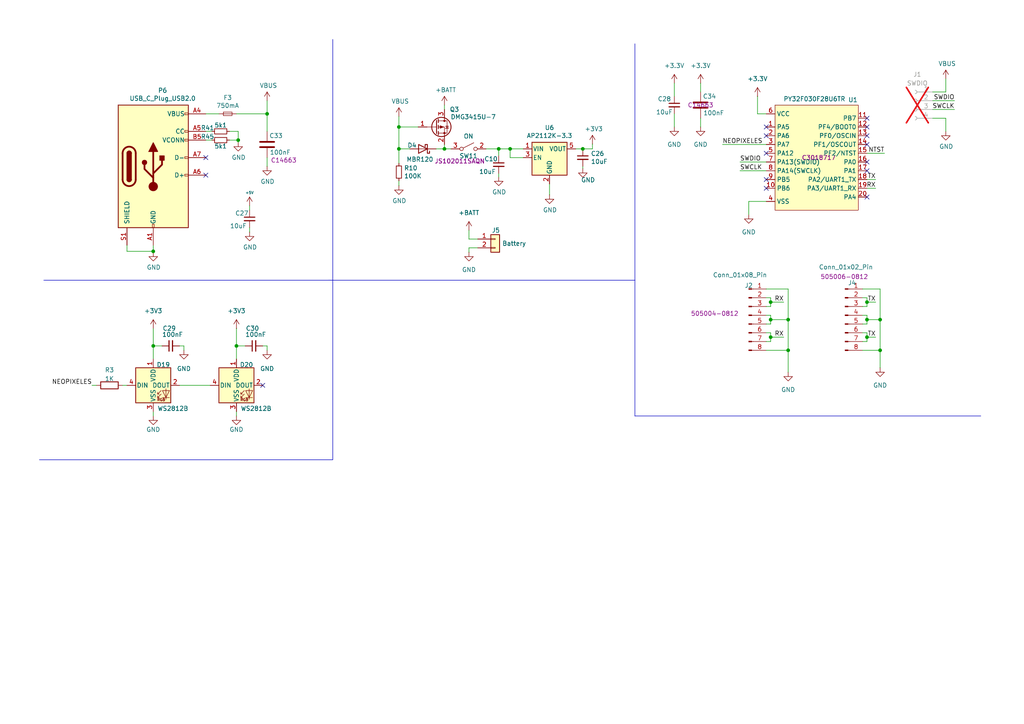
<source format=kicad_sch>
(kicad_sch (version 20250114) (generator "eeschema") (generator_version "9.0")
  (paper "A4")
  (lib_symbols
    (symbol "+5V_7" (power) (pin_names (offset 0))
      (property "Value" "+5V" (at 0 3.556 0))
      (symbol "+5V_7_0_1"
        (polyline (pts (xy -0.762 1.27) (xy 0 2.54)))
        (polyline (pts (xy 0 2.54) (xy 0.762 1.27)))
        (polyline (pts (xy 0 0) (xy 0 2.54)))
      )
      (symbol "+5V_7_1_1"
        (pin power_in line (at 0 0 90) (length 0) (hide yes) (name "+5V") (number "1"))
      )
    )
    (symbol "Connector:Conn_01x04_Socket" (pin_names (offset 1.016) (hide yes))
      (property "Reference" "J" (at 0 5.08 0))
      (property "Value" "Conn_01x04_Socket" (at 0 -7.62 0))
      (symbol "Conn_01x04_Socket_1_1"
        (polyline (pts (xy -1.27 2.54) (xy -0.508 2.54)) (stroke (width 0.1524)))
        (polyline (pts (xy -1.27 0) (xy -0.508 0)) (stroke (width 0.1524)))
        (polyline (pts (xy -1.27 -2.54) (xy -0.508 -2.54)) (stroke (width 0.1524)))
        (polyline (pts (xy -1.27 -5.08) (xy -0.508 -5.08)) (stroke (width 0.1524)))
        (arc (start 0 2.032) (mid -0.5058 2.54) (end 0 3.048) (stroke (width 0.1524)))
        (arc (start 0 -0.508) (mid -0.5058 0) (end 0 0.508) (stroke (width 0.1524)))
        (arc (start 0 -3.048) (mid -0.5058 -2.54) (end 0 -2.032) (stroke (width 0.1524)))
        (arc (start 0 -5.588) (mid -0.5058 -5.08) (end 0 -4.572) (stroke (width 0.1524)))
        (pin passive line (at -5.08 2.54 0) (length 3.81) (name "Pin_1") (number "1"))
        (pin passive line (at -5.08 0 0) (length 3.81) (name "Pin_2") (number "2"))
        (pin passive line (at -5.08 -2.54 0) (length 3.81) (name "Pin_3") (number "3"))
        (pin passive line (at -5.08 -5.08 0) (length 3.81) (name "Pin_4") (number "4"))
      )
    )
    (symbol "Connector:Conn_01x08_Pin" (pin_names (offset 1.016) (hide yes))
      (property "Reference" "J" (at 0 10.16 0))
      (property "Value" "Conn_01x08_Pin" (at 0 -12.7 0))
      (symbol "Conn_01x08_Pin_1_1"
        (rectangle (start 0.8636 7.747) (end 0 7.493) (stroke (width 0.1524)) (fill (type outline)))
        (rectangle (start 0.8636 5.207) (end 0 4.953) (stroke (width 0.1524)) (fill (type outline)))
        (rectangle (start 0.8636 2.667) (end 0 2.413) (stroke (width 0.1524)) (fill (type outline)))
        (rectangle (start 0.8636 0.127) (end 0 -0.127) (stroke (width 0.1524)) (fill (type outline)))
        (rectangle (start 0.8636 -2.413) (end 0 -2.667) (stroke (width 0.1524)) (fill (type outline)))
        (rectangle (start 0.8636 -4.953) (end 0 -5.207) (stroke (width 0.1524)) (fill (type outline)))
        (rectangle (start 0.8636 -7.493) (end 0 -7.747) (stroke (width 0.1524)) (fill (type outline)))
        (rectangle (start 0.8636 -10.033) (end 0 -10.287) (stroke (width 0.1524)) (fill (type outline)))
        (polyline (pts (xy 1.27 7.62) (xy 0.8636 7.62)) (stroke (width 0.1524)))
        (polyline (pts (xy 1.27 5.08) (xy 0.8636 5.08)) (stroke (width 0.1524)))
        (polyline (pts (xy 1.27 2.54) (xy 0.8636 2.54)) (stroke (width 0.1524)))
        (polyline (pts (xy 1.27 0) (xy 0.8636 0)) (stroke (width 0.1524)))
        (polyline (pts (xy 1.27 -2.54) (xy 0.8636 -2.54)) (stroke (width 0.1524)))
        (polyline (pts (xy 1.27 -5.08) (xy 0.8636 -5.08)) (stroke (width 0.1524)))
        (polyline (pts (xy 1.27 -7.62) (xy 0.8636 -7.62)) (stroke (width 0.1524)))
        (polyline (pts (xy 1.27 -10.16) (xy 0.8636 -10.16)) (stroke (width 0.1524)))
        (pin passive line (at 5.08 7.62 180) (length 3.81) (name "Pin_1") (number "1"))
        (pin passive line (at 5.08 5.08 180) (length 3.81) (name "Pin_2") (number "2"))
        (pin passive line (at 5.08 2.54 180) (length 3.81) (name "Pin_3") (number "3"))
        (pin passive line (at 5.08 0 180) (length 3.81) (name "Pin_4") (number "4"))
        (pin passive line (at 5.08 -2.54 180) (length 3.81) (name "Pin_5") (number "5"))
        (pin passive line (at 5.08 -5.08 180) (length 3.81) (name "Pin_6") (number "6"))
        (pin passive line (at 5.08 -7.62 180) (length 3.81) (name "Pin_7") (number "7"))
        (pin passive line (at 5.08 -10.16 180) (length 3.81) (name "Pin_8") (number "8"))
      )
    )
    (symbol "Connector_Generic:Conn_01x02" (pin_names (offset 1.016) (hide yes))
      (property "Reference" "J" (at 0 2.54 0))
      (property "Value" "Conn_01x02" (at 0 -5.08 0))
      (symbol "Conn_01x02_1_1"
        (rectangle (start -1.27 1.27) (end 1.27 -3.81) (stroke (width 0.254)) (fill (type background)))
        (rectangle (start -1.27 0.127) (end 0 -0.127) (stroke (width 0.1524)))
        (rectangle (start -1.27 -2.413) (end 0 -2.667) (stroke (width 0.1524)))
        (pin passive line (at -5.08 0 0) (length 3.81) (name "Pin_1") (number "1"))
        (pin passive line (at -5.08 -2.54 0) (length 3.81) (name "Pin_2") (number "2"))
      )
    )
    (symbol "Device:C" (pin_numbers (hide yes)) (pin_names (offset 0.254))
      (property "Reference" "C" (at 0.635 2.54 0))
      (property "Value" "C" (at 0.635 -2.54 0))
      (symbol "C_0_1"
        (polyline (pts (xy -2.032 0.762) (xy 2.032 0.762)) (stroke (width 0.508)))
        (polyline (pts (xy -2.032 -0.762) (xy 2.032 -0.762)) (stroke (width 0.508)))
      )
      (symbol "C_1_1"
        (pin passive line (at 0 3.81 270) (length 2.794) (name "~") (number "1"))
        (pin passive line (at 0 -3.81 90) (length 2.794) (name "~") (number "2"))
      )
    )
    (symbol "Device:C_Small" (pin_numbers (hide yes)) (pin_names (offset 0.254) (hide yes))
      (property "Reference" "C" (at 0.254 1.778 0))
      (property "Value" "C_Small" (at 0.254 -2.032 0))
      (symbol "C_Small_0_1"
        (polyline (pts (xy -1.524 0.508) (xy 1.524 0.508)) (stroke (width 0.3048)))
        (polyline (pts (xy -1.524 -0.508) (xy 1.524 -0.508)) (stroke (width 0.3302)))
      )
      (symbol "C_Small_1_1"
        (pin passive line (at 0 2.54 270) (length 2.032) (name "~") (number "1"))
        (pin passive line (at 0 -2.54 90) (length 2.032) (name "~") (number "2"))
      )
    )
    (symbol "Device:Fuse_Small" (pin_numbers (hide yes)) (pin_names (offset 0.254) (hide yes))
      (property "Reference" "F" (at 0 -1.524 0))
      (property "Value" "Fuse_Small" (at 0 1.524 0))
      (symbol "Fuse_Small_0_1"
        (rectangle (start -1.27 0.508) (end 1.27 -0.508))
        (polyline (pts (xy -1.27 0) (xy 1.27 0)))
      )
      (symbol "Fuse_Small_1_1"
        (pin passive line (at -2.54 0 0) (length 1.27) (name "~") (number "1"))
        (pin passive line (at 2.54 0 180) (length 1.27) (name "~") (number "2"))
      )
    )
    (symbol "Device:Q_PMOS_GSD" (pin_names (offset 0) (hide yes))
      (property "Reference" "Q" (at 5.08 1.27 0))
      (property "Value" "Q_PMOS_GSD" (at 5.08 -1.27 0))
      (symbol "Q_PMOS_GSD_0_1"
        (polyline (pts (xy 0.254 1.905) (xy 0.254 -1.905)) (stroke (width 0.254)))
        (polyline (pts (xy 0.254 0) (xy -2.54 0)))
        (polyline (pts (xy 0.762 2.286) (xy 0.762 1.27)) (stroke (width 0.254)))
        (polyline (pts (xy 0.762 1.778) (xy 3.302 1.778) (xy 3.302 -1.778) (xy 0.762 -1.778)))
        (polyline (pts (xy 0.762 0.508) (xy 0.762 -0.508)) (stroke (width 0.254)))
        (polyline (pts (xy 0.762 -1.27) (xy 0.762 -2.286)) (stroke (width 0.254)))
        (circle (center 1.651 0) (radius 2.794) (stroke (width 0.254)))
        (polyline (pts (xy 2.286 0) (xy 1.27 0.381) (xy 1.27 -0.381) (xy 2.286 0)) (fill (type outline)))
        (polyline (pts (xy 2.54 2.54) (xy 2.54 1.778)))
        (circle (center 2.54 1.778) (radius 0.254) (fill (type outline)))
        (circle (center 2.54 -1.778) (radius 0.254) (fill (type outline)))
        (polyline (pts (xy 2.54 -2.54) (xy 2.54 0) (xy 0.762 0)))
        (polyline (pts (xy 2.794 -0.508) (xy 2.921 -0.381) (xy 3.683 -0.381) (xy 3.81 -0.254)))
        (polyline (pts (xy 3.302 -0.381) (xy 2.921 0.254) (xy 3.683 0.254) (xy 3.302 -0.381)))
      )
      (symbol "Q_PMOS_GSD_1_1"
        (pin input line (at -5.08 0 0) (length 2.54) (name "G") (number "1"))
        (pin passive line (at 2.54 5.08 270) (length 2.54) (name "D") (number "3"))
        (pin passive line (at 2.54 -5.08 90) (length 2.54) (name "S") (number "2"))
      )
    )
    (symbol "Device:R" (pin_numbers (hide yes)) (pin_names (offset 0))
      (property "Reference" "R" (at 2.032 0 90))
      (property "Value" "R" (at 0 0 90))
      (symbol "R_0_1"
        (rectangle (start -1.016 -2.54) (end 1.016 2.54) (stroke (width 0.254)))
      )
      (symbol "R_1_1"
        (pin passive line (at 0 3.81 270) (length 1.27) (name "~") (number "1"))
        (pin passive line (at 0 -3.81 90) (length 1.27) (name "~") (number "2"))
      )
    )
    (symbol "Device:R_Small" (pin_numbers (hide yes)) (pin_names (offset 0.254) (hide yes))
      (property "Reference" "R" (at 0.762 0.508 0))
      (property "Value" "R_Small" (at 0.762 -1.016 0))
      (symbol "R_Small_0_1"
        (rectangle (start -0.762 1.778) (end 0.762 -1.778) (stroke (width 0.2032)))
      )
      (symbol "R_Small_1_1"
        (pin passive line (at 0 2.54 270) (length 0.762) (name "~") (number "1"))
        (pin passive line (at 0 -2.54 90) (length 0.762) (name "~") (number "2"))
      )
    )
    (symbol "Diode:MBR340" (pin_numbers (hide yes)) (pin_names (offset 1.016) (hide yes))
      (property "Reference" "D" (at 0 2.54 0))
      (property "Value" "MBR340" (at 0 -2.54 0))
      (symbol "MBR340_0_1"
        (polyline (pts (xy -1.905 0.635) (xy -1.905 1.27) (xy -1.27 1.27) (xy -1.27 -1.27) (xy -0.635 -1.27) (xy -0.635 -0.635)) (stroke (width 0.254)))
        (polyline (pts (xy 1.27 1.27) (xy 1.27 -1.27) (xy -1.27 0) (xy 1.27 1.27)) (stroke (width 0.254)))
        (polyline (pts (xy 1.27 0) (xy -1.27 0)))
      )
      (symbol "MBR340_1_1"
        (pin passive line (at -3.81 0 0) (length 2.54) (name "K") (number "1"))
        (pin passive line (at 3.81 0 180) (length 2.54) (name "A") (number "2"))
      )
    )
    (symbol "GND_11" (power) (pin_names (offset 0))
      (property "Value" "GND_11" (at 0 -3.81 0))
      (symbol "GND_11_0_1"
        (polyline (pts (xy 0 0) (xy 0 -1.27) (xy 1.27 -1.27) (xy 0 -2.54) (xy -1.27 -1.27) (xy 0 -1.27)))
      )
      (symbol "GND_11_1_1"
        (pin power_in line (at 0 0 270) (length 0) (hide yes) (name "GND") (number "1"))
      )
    )
    (symbol "GND_16" (power) (pin_names (offset 0))
      (property "Value" "GND_16" (at 0 -3.81 0))
      (symbol "GND_16_0_1"
        (polyline (pts (xy 0 0) (xy 0 -1.27) (xy 1.27 -1.27) (xy 0 -2.54) (xy -1.27 -1.27) (xy 0 -1.27)))
      )
      (symbol "GND_16_1_1"
        (pin power_in line (at 0 0 270) (length 0) (hide yes) (name "GND") (number "1"))
      )
    )
    (symbol "GND_2" (power) (pin_numbers (hide yes)) (pin_names (offset 0) (hide yes))
      (property "Value" "GND" (at 0 -3.81 0))
      (symbol "GND_2_0_1"
        (polyline (pts (xy 0 0) (xy 0 -1.27) (xy 1.27 -1.27) (xy 0 -2.54) (xy -1.27 -1.27) (xy 0 -1.27)))
      )
      (symbol "GND_2_1_1"
        (pin power_in line (at 0 0 270) (length 0) (name "~") (number "1"))
      )
    )
    (symbol "HunterCat-NFC-rescue:AP2112K-3.3-Regulator_Linear" (pin_names (offset 0.254))
      (property "Reference" "U" (at -5.08 5.715 0))
      (property "Value" "AP2112K-3.3-Regulator_Linear" (at 0 5.715 0))
      (symbol "AP2112K-3.3-Regulator_Linear_0_1"
        (rectangle (start -5.08 4.445) (end 5.08 -5.08) (stroke (width 0.254)) (fill (type background)))
      )
      (symbol "AP2112K-3.3-Regulator_Linear_1_1"
        (pin power_in line (at -7.62 2.54 0) (length 2.54) (name "VIN") (number "1"))
        (pin input line (at -7.62 0 0) (length 2.54) (name "EN") (number "3"))
        (pin power_in line (at 0 -7.62 90) (length 2.54) (name "GND") (number "2"))
        (pin power_out line (at 7.62 2.54 180) (length 2.54) (name "VOUT") (number "5"))
        (pin no_connect line (at 7.62 0 180) (length 2.54) (hide yes) (name "NC") (number "4"))
      )
    )
    (symbol "HunterCat-NFC-rescue:USB_C_Plug_USB2.0-Connector" (pin_names (offset 1.016))
      (property "Reference" "P" (at -10.16 19.05 0))
      (property "Value" "USB_C_Plug_USB2.0-Connector" (at 12.7 19.05 0))
      (symbol "USB_C_Plug_USB2.0-Connector_0_0"
        (rectangle (start -0.254 -17.78) (end 0.254 -16.764))
        (rectangle (start 10.16 15.494) (end 9.144 14.986))
        (rectangle (start 10.16 10.414) (end 9.144 9.906))
        (rectangle (start 10.16 7.874) (end 9.144 7.366))
        (rectangle (start 10.16 2.794) (end 9.144 2.286))
        (rectangle (start 10.16 -2.286) (end 9.144 -2.794))
      )
      (symbol "USB_C_Plug_USB2.0-Connector_0_1"
        (rectangle (start -10.16 17.78) (end 10.16 -17.78) (stroke (width 0.254)) (fill (type background)))
        (polyline (pts (xy -8.89 -3.81) (xy -8.89 3.81)) (stroke (width 0.508)))
        (rectangle (start -7.62 -3.81) (end -6.35 3.81) (stroke (width 0.254)) (fill (type outline)))
        (arc (start -7.62 3.81) (mid -6.985 4.4423) (end -6.35 3.81) (stroke (width 0.254)))
        (arc (start -7.62 3.81) (mid -6.985 4.4423) (end -6.35 3.81) (stroke (width 0.254)) (fill (type outline)))
        (arc (start -8.89 3.81) (mid -6.985 5.7067) (end -5.08 3.81) (stroke (width 0.508)))
        (arc (start -5.08 -3.81) (mid -6.985 -5.7067) (end -8.89 -3.81) (stroke (width 0.508)))
        (arc (start -6.35 -3.81) (mid -6.985 -4.4423) (end -7.62 -3.81) (stroke (width 0.254)))
        (arc (start -6.35 -3.81) (mid -6.985 -4.4423) (end -7.62 -3.81) (stroke (width 0.254)) (fill (type outline)))
        (polyline (pts (xy -5.08 3.81) (xy -5.08 -3.81)) (stroke (width 0.508)))
        (circle (center -2.54 1.143) (radius 0.635) (stroke (width 0.254)) (fill (type outline)))
        (polyline (pts (xy -1.27 4.318) (xy 0 6.858) (xy 1.27 4.318) (xy -1.27 4.318)) (stroke (width 0.254)) (fill (type outline)))
        (polyline (pts (xy 0 -2.032) (xy 2.54 0.508) (xy 2.54 1.778)) (stroke (width 0.508)))
        (polyline (pts (xy 0 -3.302) (xy -2.54 -0.762) (xy -2.54 0.508)) (stroke (width 0.508)))
        (polyline (pts (xy 0 -5.842) (xy 0 4.318)) (stroke (width 0.508)))
        (circle (center 0 -5.842) (radius 1.27) (fill (type outline)))
        (rectangle (start 1.905 1.778) (end 3.175 3.048) (stroke (width 0.254)) (fill (type outline)))
      )
      (symbol "USB_C_Plug_USB2.0-Connector_1_1"
        (pin passive line (at -7.62 -22.86 90) (length 5.08) (name "SHIELD") (number "S1"))
        (pin power_in line (at 0 -22.86 90) (length 5.08) (name "GND") (number "A1"))
        (pin passive line (at 0 -22.86 90) (length 5.08) (hide yes) (name "GND") (number "A12"))
        (pin passive line (at 0 -22.86 90) (length 5.08) (hide yes) (name "GND") (number "B1"))
        (pin passive line (at 0 -22.86 90) (length 5.08) (hide yes) (name "GND") (number "B12"))
        (pin power_in line (at 15.24 15.24 180) (length 5.08) (name "VBUS") (number "A4"))
        (pin passive line (at 15.24 15.24 180) (length 5.08) (hide yes) (name "VBUS") (number "A9"))
        (pin passive line (at 15.24 15.24 180) (length 5.08) (hide yes) (name "VBUS") (number "B4"))
        (pin passive line (at 15.24 15.24 180) (length 5.08) (hide yes) (name "VBUS") (number "B9"))
        (pin bidirectional line (at 15.24 10.16 180) (length 5.08) (name "CC") (number "A5"))
        (pin bidirectional line (at 15.24 7.62 180) (length 5.08) (name "VCONN") (number "B5"))
        (pin bidirectional line (at 15.24 2.54 180) (length 5.08) (name "D-") (number "A7"))
        (pin bidirectional line (at 15.24 -2.54 180) (length 5.08) (name "D+") (number "A6"))
      )
    )
    (symbol "LED:WS2812B" (pin_names (offset 0.254))
      (property "Reference" "D" (at 5.08 5.715 0))
      (property "Value" "WS2812B" (at 1.27 -5.715 0))
      (symbol "WS2812B_0_0"
        (text "RGB" (at 2.286 -4.191 0) (effects (font (size 0.762 0.762))))
      )
      (symbol "WS2812B_0_1"
        (polyline (pts (xy 1.27 -2.54) (xy 1.778 -2.54)))
        (polyline (pts (xy 1.27 -3.556) (xy 1.778 -3.556)))
        (polyline (pts (xy 2.286 -1.524) (xy 1.27 -2.54) (xy 1.27 -2.032)))
        (polyline (pts (xy 2.286 -2.54) (xy 1.27 -3.556) (xy 1.27 -3.048)))
        (polyline (pts (xy 3.683 -1.016) (xy 3.683 -3.556) (xy 3.683 -4.064)))
        (polyline (pts (xy 4.699 -1.524) (xy 2.667 -1.524) (xy 3.683 -3.556) (xy 4.699 -1.524)))
        (polyline (pts (xy 4.699 -3.556) (xy 2.667 -3.556)))
        (rectangle (start 5.08 5.08) (end -5.08 -5.08) (stroke (width 0.254)) (fill (type background)))
      )
      (symbol "WS2812B_1_1"
        (pin input line (at -7.62 0 0) (length 2.54) (name "DIN") (number "4"))
        (pin power_in line (at 0 7.62 270) (length 2.54) (name "VDD") (number "1"))
        (pin power_in line (at 0 -7.62 90) (length 2.54) (name "VSS") (number "3"))
        (pin output line (at 7.62 0 180) (length 2.54) (name "DOUT") (number "2"))
      )
    )
    (symbol "Switch:SW_SPST" (pin_names (offset 0) (hide yes))
      (property "Reference" "SW1" (at 0 -2.032 0))
      (property "Value" "ON" (at 0 3.6576 0))
      (symbol "SW_SPST_0_0"
        (circle (center -2.032 0) (radius 0.508))
        (polyline (pts (xy -1.524 0.254) (xy 1.524 1.778)))
        (circle (center 2.032 0) (radius 0.508))
      )
      (symbol "SW_SPST_1_1"
        (pin passive line (at -5.08 0 0) (length 2.54) (name "A") (number "3"))
        (pin passive line (at 5.08 0 180) (length 2.54) (name "B") (number "2"))
      )
    )
    (symbol "Symbols:PY32F030F2xU"
      (property "Reference" "U1" (at 9.906 16.764 0))
      (property "Value" "~" (at 9.525 11.43 0))
      (symbol "PY32F030F2xU_1_1"
        (rectangle (start -12.7 15.24) (end 11.43 -15.24) (fill (type background)))
        (pin bidirectional line (at -15.24 12.7 0) (length 2.54) (name "VCC") (number "6"))
        (pin bidirectional line (at -15.24 8.89 0) (length 2.54) (name "PA5") (number "1"))
        (pin bidirectional line (at -15.24 6.35 0) (length 2.54) (name "PA6") (number "2"))
        (pin bidirectional line (at -15.24 3.81 0) (length 2.54) (name "PA7") (number "3"))
        (pin bidirectional line (at -15.24 1.27 0) (length 2.54) (name "PA12") (number "5"))
        (pin bidirectional line (at -15.24 -1.27 0) (length 2.54) (name "PA13(SWDIO)") (number "7"))
        (pin bidirectional line (at -15.24 -3.81 0) (length 2.54) (name "PA14(SWCLK)") (number "8"))
        (pin bidirectional line (at -15.24 -6.35 0) (length 2.54) (name "PB5") (number "9"))
        (pin bidirectional line (at -15.24 -8.89 0) (length 2.54) (name "PB6") (number "10"))
        (pin bidirectional line (at -15.24 -12.7 0) (length 2.54) (name "VSS") (number "4"))
        (pin bidirectional line (at 13.97 11.43 180) (length 2.54) (name "PB7") (number "11"))
        (pin bidirectional line (at 13.97 8.89 180) (length 2.54) (name "PF4/BOOT0") (number "12"))
        (pin bidirectional line (at 13.97 6.35 180) (length 2.54) (name "PF0/OSCIN") (number "13"))
        (pin bidirectional line (at 13.97 3.81 180) (length 2.54) (name "PF1/OSCOUT") (number "14"))
        (pin bidirectional line (at 13.97 1.27 180) (length 2.54) (name "PF2/NTST") (number "15"))
        (pin bidirectional line (at 13.97 -1.27 180) (length 2.54) (name "PA0") (number "16"))
        (pin bidirectional line (at 13.97 -3.81 180) (length 2.54) (name "PA1") (number "17"))
        (pin bidirectional line (at 13.97 -6.35 180) (length 2.54) (name "PA2/UART1_TX") (number "18"))
        (pin bidirectional line (at 13.97 -8.89 180) (length 2.54) (name "PA3/UART1_RX") (number "19"))
        (pin bidirectional line (at 13.97 -11.43 180) (length 2.54) (name "PA4") (number "20"))
      )
    )
    (symbol "power:+3.3V" (power) (pin_numbers (hide yes)) (pin_names (offset 0) (hide yes))
      (property "Value" "+3.3V" (at 0 3.556 0))
      (symbol "+3.3V_0_1"
        (polyline (pts (xy -0.762 1.27) (xy 0 2.54)))
        (polyline (pts (xy 0 2.54) (xy 0.762 1.27)))
        (polyline (pts (xy 0 0) (xy 0 2.54)))
      )
      (symbol "+3.3V_1_1"
        (pin power_in line (at 0 0 90) (length 0) (name "~") (number "1"))
      )
    )
    (symbol "power:+3V3" (power) (pin_numbers (hide yes)) (pin_names (offset 0) (hide yes))
      (property "Value" "+3V3" (at 0 3.556 0))
      (symbol "+3V3_0_1"
        (polyline (pts (xy -0.762 1.27) (xy 0 2.54)))
        (polyline (pts (xy 0 2.54) (xy 0.762 1.27)))
        (polyline (pts (xy 0 0) (xy 0 2.54)))
      )
      (symbol "+3V3_1_1"
        (pin power_in line (at 0 0 90) (length 0) (name "~") (number "1"))
      )
    )
    (symbol "power:+BATT" (power) (pin_names (offset 0))
      (property "Value" "+BATT" (at 0 3.556 0))
      (symbol "+BATT_0_1"
        (polyline (pts (xy -0.762 1.27) (xy 0 2.54)))
        (polyline (pts (xy 0 2.54) (xy 0.762 1.27)))
        (polyline (pts (xy 0 0) (xy 0 2.54)))
      )
      (symbol "+BATT_1_1"
        (pin power_in line (at 0 0 90) (length 0) (hide yes) (name "+BATT") (number "1"))
      )
    )
    (symbol "power:GND" (power) (pin_numbers (hide yes)) (pin_names (offset 0) (hide yes))
      (property "Value" "GND" (at 0 -3.81 0))
      (symbol "GND_0_1"
        (polyline (pts (xy 0 0) (xy 0 -1.27) (xy 1.27 -1.27) (xy 0 -2.54) (xy -1.27 -1.27) (xy 0 -1.27)))
      )
      (symbol "GND_1_1"
        (pin power_in line (at 0 0 270) (length 0) (name "~") (number "1"))
      )
    )
    (symbol "power:VBUS" (power) (pin_names (offset 0))
      (property "Value" "VBUS" (at 0 3.81 0))
      (symbol "VBUS_0_1"
        (polyline (pts (xy -0.762 1.27) (xy 0 2.54)))
        (polyline (pts (xy 0 2.54) (xy 0.762 1.27)))
        (polyline (pts (xy 0 0) (xy 0 2.54)))
      )
      (symbol "VBUS_1_1"
        (pin power_in line (at 0 0 90) (length 0) (hide yes) (name "VBUS") (number "1"))
      )
    )
  )
  (junction (at 223.52 92.71))
  (junction (at 69.088 40.64))
  (junction (at 115.697 43.18))
  (junction (at 251.46 97.79))
  (junction (at 144.653 43.18))
  (junction (at 115.697 36.83))
  (junction (at 228.6 92.71))
  (junction (at 223.52 87.63))
  (junction (at 255.27 92.71))
  (junction (at 44.45 100.33))
  (junction (at 128.905 43.18))
  (junction (at 44.45 72.898))
  (junction (at 169.037 43.18))
  (junction (at 228.6 101.6))
  (junction (at 223.52 97.79))
  (junction (at 251.46 92.71))
  (junction (at 77.47 33.02))
  (junction (at 68.58 100.33))
  (junction (at 255.27 101.6))
  (junction (at 251.46 87.63))
  (junction (at 147.955 43.18))
  (no_connect (at 222.25 39.37))
  (no_connect (at 222.25 36.83))
  (no_connect (at 222.25 44.45))
  (no_connect (at 251.46 34.29))
  (no_connect (at 251.46 57.15))
  (no_connect (at 251.46 41.91))
  (no_connect (at 251.46 39.37))
  (no_connect (at 251.46 49.53))
  (no_connect (at 222.25 52.07))
  (no_connect (at 251.46 46.99))
  (no_connect (at 59.69 50.8))
  (no_connect (at 251.46 36.83))
  (no_connect (at 222.25 54.61))
  (no_connect (at 59.69 45.72))
  (no_connect (at 76.2 111.76))
  (wire (pts (xy 274.32 22.86) (xy 274.32 26.67)))
  (wire (pts (xy 251.46 52.07) (xy 254 52.07)))
  (wire (pts (xy 144.653 50.292) (xy 144.653 51.308)))
  (wire (pts (xy 77.47 100.33) (xy 77.47 101.6)))
  (wire (pts (xy 223.52 97.79) (xy 223.52 96.52)))
  (wire (pts (xy 52.07 100.33) (xy 53.34 100.33)))
  (wire (pts (xy 251.46 97.79) (xy 254 97.79)))
  (wire (pts (xy 255.27 83.82) (xy 255.27 92.71)))
  (wire (pts (xy 68.58 120.65) (xy 68.58 119.38)))
  (wire (pts (xy 128.905 31.75) (xy 128.905 30.48)))
  (wire (pts (xy 69.088 40.64) (xy 69.088 41.275)))
  (wire (pts (xy 227.33 87.63) (xy 223.52 87.63)))
  (wire (pts (xy 136.017 66.802) (xy 136.017 69.342)))
  (wire (pts (xy 223.52 92.71) (xy 223.52 91.44)))
  (polyline (pts (xy 184.15 12.7) (xy 184.15 81.28)))
  (wire (pts (xy 128.905 43.18) (xy 126.492 43.18)))
  (wire (pts (xy 251.46 86.36) (xy 251.46 87.63)))
  (wire (pts (xy 44.45 100.33) (xy 46.99 100.33)))
  (wire (pts (xy 250.19 86.36) (xy 251.46 86.36)))
  (wire (pts (xy 228.6 101.6) (xy 228.6 107.95)))
  (wire (pts (xy 214.63 49.53) (xy 222.25 49.53)))
  (wire (pts (xy 250.19 93.98) (xy 251.46 93.98)))
  (wire (pts (xy 227.33 97.79) (xy 223.52 97.79)))
  (wire (pts (xy 209.55 41.91) (xy 222.25 41.91)))
  (wire (pts (xy 115.697 52.451) (xy 115.697 53.848)))
  (wire (pts (xy 68.58 95.25) (xy 68.58 100.33)))
  (wire (pts (xy 68.58 33.02) (xy 77.47 33.02)))
  (wire (pts (xy 68.58 100.33) (xy 71.12 100.33)))
  (wire (pts (xy 44.45 100.33) (xy 44.45 104.14)))
  (wire (pts (xy 128.905 41.91) (xy 128.905 43.18)))
  (wire (pts (xy 36.83 71.12) (xy 36.83 72.898)))
  (polyline (pts (xy 95.25 81.28) (xy 184.15 81.28)))
  (wire (pts (xy 222.25 96.52) (xy 223.52 96.52)))
  (wire (pts (xy 77.47 29.21) (xy 77.47 33.02)))
  (wire (pts (xy 223.52 87.63) (xy 223.52 86.36)))
  (wire (pts (xy 69.088 38.1) (xy 69.088 40.64)))
  (wire (pts (xy 255.27 101.6) (xy 255.27 106.68)))
  (wire (pts (xy 26.67 111.76) (xy 27.94 111.76)))
  (wire (pts (xy 251.46 93.98) (xy 251.46 92.71)))
  (wire (pts (xy 59.69 38.1) (xy 61.468 38.1)))
  (wire (pts (xy 59.69 33.02) (xy 63.5 33.02)))
  (wire (pts (xy 251.46 96.52) (xy 251.46 97.79)))
  (wire (pts (xy 115.697 36.83) (xy 115.697 33.782)))
  (wire (pts (xy 169.037 43.18) (xy 171.831 43.18)))
  (wire (pts (xy 203.2 24.13) (xy 203.2 26.67)))
  (polyline (pts (xy 12.7 81.28) (xy 96.52 81.28)))
  (wire (pts (xy 255.27 92.71) (xy 255.27 101.6)))
  (wire (pts (xy 250.19 83.82) (xy 255.27 83.82)))
  (wire (pts (xy 223.52 93.98) (xy 223.52 92.71)))
  (wire (pts (xy 222.25 101.6) (xy 228.6 101.6)))
  (wire (pts (xy 222.25 99.06) (xy 223.52 99.06)))
  (wire (pts (xy 251.46 44.45) (xy 256.54 44.45)))
  (wire (pts (xy 66.548 40.64) (xy 69.088 40.64)))
  (wire (pts (xy 66.548 38.1) (xy 69.088 38.1)))
  (wire (pts (xy 44.45 120.65) (xy 44.45 119.38)))
  (wire (pts (xy 147.955 45.72) (xy 151.765 45.72)))
  (wire (pts (xy 251.46 97.79) (xy 251.46 99.06)))
  (wire (pts (xy 251.46 91.44) (xy 251.46 92.71)))
  (polyline (pts (xy 96.52 133.35) (xy 96.52 81.28)))
  (wire (pts (xy 251.46 87.63) (xy 254 87.63)))
  (wire (pts (xy 130.81 43.18) (xy 128.905 43.18)))
  (wire (pts (xy 270.51 31.75) (xy 276.86 31.75)))
  (wire (pts (xy 144.653 43.18) (xy 147.955 43.18)))
  (wire (pts (xy 171.831 43.18) (xy 171.831 41.783)))
  (wire (pts (xy 250.19 101.6) (xy 255.27 101.6)))
  (wire (pts (xy 52.07 111.76) (xy 60.96 111.76)))
  (wire (pts (xy 222.25 33.02) (xy 219.71 33.02)))
  (wire (pts (xy 274.32 26.67) (xy 270.51 26.67)))
  (wire (pts (xy 250.19 88.9) (xy 251.46 88.9)))
  (wire (pts (xy 115.697 43.18) (xy 115.697 47.371)))
  (wire (pts (xy 121.285 36.83) (xy 115.697 36.83)))
  (wire (pts (xy 223.52 92.71) (xy 228.6 92.71)))
  (wire (pts (xy 195.58 24.13) (xy 195.58 27.94)))
  (wire (pts (xy 223.52 97.79) (xy 223.52 99.06)))
  (wire (pts (xy 274.32 34.29) (xy 270.51 34.29)))
  (wire (pts (xy 76.2 100.33) (xy 77.47 100.33)))
  (wire (pts (xy 169.037 48.26) (xy 169.037 48.895)))
  (wire (pts (xy 250.19 91.44) (xy 251.46 91.44)))
  (polyline (pts (xy 184.15 81.28) (xy 184.15 120.65)))
  (wire (pts (xy 223.52 87.63) (xy 223.52 88.9)))
  (wire (pts (xy 159.385 53.34) (xy 159.385 56.515)))
  (wire (pts (xy 35.56 111.76) (xy 36.83 111.76)))
  (wire (pts (xy 250.19 99.06) (xy 251.46 99.06)))
  (wire (pts (xy 219.71 33.02) (xy 219.71 27.94)))
  (wire (pts (xy 251.46 87.63) (xy 251.46 88.9)))
  (wire (pts (xy 228.6 83.82) (xy 228.6 92.71)))
  (wire (pts (xy 167.005 43.18) (xy 169.037 43.18)))
  (wire (pts (xy 77.47 45.72) (xy 77.47 48.26)))
  (wire (pts (xy 270.51 29.21) (xy 276.86 29.21)))
  (wire (pts (xy 222.25 88.9) (xy 223.52 88.9)))
  (wire (pts (xy 115.697 43.18) (xy 115.697 36.83)))
  (wire (pts (xy 274.32 38.1) (xy 274.32 34.29)))
  (wire (pts (xy 59.69 40.64) (xy 61.468 40.64)))
  (wire (pts (xy 195.58 33.02) (xy 195.58 36.83)))
  (polyline (pts (xy 184.15 120.65) (xy 284.48 120.65)))
  (wire (pts (xy 217.17 62.23) (xy 217.17 58.42)))
  (wire (pts (xy 136.017 73.152) (xy 136.017 71.882)))
  (wire (pts (xy 72.39 66.04) (xy 72.39 67.31)))
  (wire (pts (xy 44.45 71.12) (xy 44.45 72.898)))
  (wire (pts (xy 222.25 91.44) (xy 223.52 91.44)))
  (wire (pts (xy 36.83 72.898) (xy 44.45 72.898)))
  (wire (pts (xy 144.653 45.212) (xy 144.653 43.18)))
  (polyline (pts (xy 96.52 11.43) (xy 96.52 81.28)))
  (wire (pts (xy 68.58 100.33) (xy 68.58 104.14)))
  (wire (pts (xy 147.955 45.72) (xy 147.955 43.18)))
  (polyline (pts (xy 11.43 133.35) (xy 96.52 133.35)))
  (wire (pts (xy 136.017 69.342) (xy 138.557 69.342)))
  (wire (pts (xy 222.25 83.82) (xy 228.6 83.82)))
  (wire (pts (xy 222.25 86.36) (xy 223.52 86.36)))
  (wire (pts (xy 228.6 92.71) (xy 228.6 101.6)))
  (wire (pts (xy 222.25 93.98) (xy 223.52 93.98)))
  (wire (pts (xy 44.45 72.898) (xy 44.45 73.152)))
  (wire (pts (xy 44.45 95.25) (xy 44.45 100.33)))
  (wire (pts (xy 136.017 71.882) (xy 138.557 71.882)))
  (wire (pts (xy 203.2 34.29) (xy 203.2 36.83)))
  (wire (pts (xy 77.47 33.02) (xy 77.47 38.1)))
  (wire (pts (xy 217.17 58.42) (xy 222.25 58.42)))
  (wire (pts (xy 140.97 43.18) (xy 144.653 43.18)))
  (wire (pts (xy 53.34 100.33) (xy 53.34 101.6)))
  (wire (pts (xy 118.872 43.18) (xy 115.697 43.18)))
  (wire (pts (xy 72.39 59.69) (xy 72.39 60.96)))
  (wire (pts (xy 251.46 92.71) (xy 255.27 92.71)))
  (wire (pts (xy 251.46 54.61) (xy 254 54.61)))
  (wire (pts (xy 250.19 96.52) (xy 251.46 96.52)))
  (wire (pts (xy 214.63 46.99) (xy 222.25 46.99)))
  (wire (pts (xy 147.955 43.18) (xy 151.765 43.18)))
  (label "SWDIO" (at 214.63 46.99 0))
  (label "SWCLK" (at 214.63 49.53 0))
  (label "TX" (at 254 87.63 180))
  (label "NTST" (at 256.54 44.45 180))
  (label "SWDIO" (at 276.86 29.21 180))
  (label "RX" (at 227.33 97.79 180))
  (label "TX" (at 254 52.07 180))
  (label "SWCLK" (at 276.86 31.75 180))
  (label "NEOPIXELES" (at 26.67 111.76 180))
  (label "NEOPIXELES" (at 209.55 41.91 0))
  (label "TX" (at 254 97.79 180))
  (label "RX" (at 227.33 87.63 180))
  (label "RX" (at 254 54.61 180))
  (symbol (lib_id "Device:R") (at 31.75 111.76 90) (unit 1)
    (property "Reference" "R3" (at 31.75 107.315 90))
    (property "Value" "1K" (at 31.75 109.855 90))
    (property "Footprint" "Resistor_SMD:R_0603_1608Metric" (effects (hide yes)))
    (property "LCSC#" "C22548" (effects (hide yes)))
    (property "provedor" "LCSC" (effects (hide yes)))
  )
  (symbol (lib_id "Symbols:PY32F030F2xU") (at 237.49 45.72 0) (unit 1)
    (property "Reference" "U1" (at 247.396 28.956 0))
    (property "Value" "PY32F030F28U6TR" (at 236.22 28.702 0))
    (property "Footprint" "Footprints:QFN65P500X500X80-21N" (effects (hide yes)))
    (property "LCSC#" "C3018717" (at 237.49 45.72 0))
  )
  (symbol (lib_id "Switch:SW_SPST") (at 135.89 43.18 0) (unit 1)
    (property "Reference" "SW11" (at 135.89 45.212 0))
    (property "Value" "ON" (at 135.89 39.5224 0))
    (property "Footprint" "Footprints:JS102011SAQN" (effects (hide yes)))
    (property "LCSC#" "-" (effects (hide yes)))
    (property "manf#" "JS102011SAQN" (effects (hide yes)))
    (property "Manufacturer_Part_Number" "JS102011SAQN" (at 133.35 46.736 0))
  )
  (symbol (lib_id "power:+BATT") (at 136.017 66.802 0) (unit 1)
    (property "Reference" "#PWR043" (effects (hide yes)))
    (property "Value" "+BATT" (at 136.017 61.722 0))
    (property "Description" "Power symbol creates a global label with name \"+BATT\"" (effects (hide yes)))
  )
  (symbol (lib_name "GND_16") (lib_id "power:GND") (at 77.47 101.6 0) (unit 1)
    (property "Reference" "#PWR085" (effects (hide yes)))
    (property "Value" "GND" (at 77.47 106.934 0))
  )
  (symbol (lib_id "Device:C_Small") (at 195.58 30.48 0) (unit 1)
    (property "Reference" "C28" (at 190.754 28.702 0) (effects (justify left)))
    (property "Value" "10uF" (at 190.246 32.512 0) (effects (justify left)))
    (property "Footprint" "Capacitor_SMD:C_0603_1608Metric" (effects (hide yes)))
    (property "LCSC#" "C85713" (effects (hide yes)))
  )
  (symbol (lib_id "power:GND") (at 203.2 36.83 0) (unit 1)
    (property "Reference" "#PWR05" (effects (hide yes)))
    (property "Value" "GND" (at 203.2 41.91 0))
    (property "Description" "Power symbol creates a global label with name \"GND\" , ground" (effects (hide yes)))
  )
  (symbol (lib_name "GND_11") (lib_id "power:GND") (at 44.45 120.65 0) (unit 1)
    (property "Reference" "#PWR055" (effects (hide yes)))
    (property "Value" "GND" (at 44.45 124.587 0))
  )
  (symbol (lib_id "power:GND") (at 274.32 38.1 0) (unit 1)
    (property "Reference" "#PWR053" (effects (hide yes)))
    (property "Value" "GND" (at 274.447 42.4942 0))
  )
  (symbol (lib_id "power:VBUS") (at 115.697 33.782 0) (unit 1)
    (property "Reference" "#PWR029" (effects (hide yes)))
    (property "Value" "VBUS" (at 116.078 29.3878 0))
  )
  (symbol (lib_id "LED:WS2812B") (at 68.58 111.76 0) (unit 1)
    (property "Reference" "D20" (at 71.501 105.791 0))
    (property "Value" "WS2812B" (at 74.295 118.491 0))
    (property "Footprint" "LED_SMD:LED_WS2812B-Mini_PLCC4_3.5x3.5mm" (effects (hide yes)))
    (property "LCSC#" "C527089" (effects (hide yes)))
    (property "Proveedor" "LCSC" (effects (hide yes)))
    (property "manf#" "WS2812B-Mini" (effects (hide yes)))
    (property "provedor" "LCSC" (effects (hide yes)))
  )
  (symbol (lib_id "power:GND") (at 115.697 53.848 0) (unit 1)
    (property "Reference" "#PWR030" (effects (hide yes)))
    (property "Value" "GND" (at 115.824 58.2422 0))
  )
  (symbol (lib_id "power:+3.3V") (at 219.71 27.94 0) (unit 1)
    (property "Reference" "#PWR01" (effects (hide yes)))
    (property "Value" "+3.3V" (at 219.71 22.86 0))
    (property "Description" "Power symbol creates a global label with name \"+3.3V\"" (effects (hide yes)))
  )
  (symbol (lib_id "Device:C_Small") (at 144.653 47.752 0) (unit 1)
    (property "Reference" "C10" (at 140.462 46.101 0) (effects (justify left)))
    (property "Value" "10uF" (at 138.938 49.784 0) (effects (justify left)))
    (property "Footprint" "Capacitor_SMD:C_0603_1608Metric" (effects (hide yes)))
    (property "LCSC#" "C85713" (effects (hide yes)))
  )
  (symbol (lib_id "Device:C_Small") (at 73.66 100.33 90) (unit 1)
    (property "Reference" "C30" (at 75.184 95.25 90) (effects (justify left)))
    (property "Value" "100nF" (at 77.216 97.028 90) (effects (justify left)))
    (property "Footprint" "Capacitor_SMD:C_0603_1608Metric" (effects (hide yes)))
    (property "Datasheet" "~https://datasheet.lcsc.com/lcsc/1811021421_Samsung-Electro-Mechanics-CL10A106MP8NNNC_C85713.pdf" (effects (hide yes)))
    (property "provedor" "LCSC" (effects (hide yes)))
    (property "LCSC#" "C478888" (effects (hide yes)))
  )
  (symbol (lib_id "power:+3V3") (at 171.831 41.783 0) (unit 1)
    (property "Reference" "#PWR049" (effects (hide yes)))
    (property "Value" "+3V3" (at 172.212 37.3888 0))
  )
  (symbol (lib_id "power:VBUS") (at 77.47 29.21 0) (unit 1)
    (property "Reference" "#PWR031" (effects (hide yes)))
    (property "Value" "VBUS" (at 77.851 24.8158 0))
  )
  (symbol (lib_name "GND_16") (lib_id "power:GND") (at 53.34 101.6 0) (unit 1)
    (property "Reference" "#PWR082" (effects (hide yes)))
    (property "Value" "GND" (at 53.34 106.934 0))
  )
  (symbol (lib_id "power:+3.3V") (at 203.2 24.13 0) (unit 1)
    (property "Reference" "#PWR03" (effects (hide yes)))
    (property "Value" "+3.3V" (at 203.2 19.05 0))
    (property "Description" "Power symbol creates a global label with name \"+3.3V\"" (effects (hide yes)))
  )
  (symbol (lib_id "Device:C_Small") (at 169.037 45.72 0) (unit 1)
    (property "Reference" "C26" (at 171.3738 44.5516 0) (effects (justify left)))
    (property "Value" "10uF" (at 171.3738 46.863 0) (effects (justify left)))
    (property "Footprint" "Capacitor_SMD:C_0603_1608Metric" (effects (hide yes)))
    (property "LCSC#" "C85713" (effects (hide yes)))
  )
  (symbol (lib_id "Device:Fuse_Small") (at 66.04 33.02 0) (unit 1)
    (property "Reference" "F3" (at 66.04 28.321 0))
    (property "Value" "750mA" (at 66.04 30.6324 0))
    (property "Footprint" "Fuse:Fuse_0603_1608Metric" (effects (hide yes)))
    (property "manf#" "06D0750D" (effects (hide yes)))
    (property "provedor" "LCSC" (effects (hide yes)))
    (property "LCSC#" " C182438" (effects (hide yes)))
  )
  (symbol (lib_id "Connector:Conn_01x04_Socket") (at 265.43 29.21 0) (mirror y) (unit 1) (dnp yes)
    (property "Reference" "J1" (at 266.065 21.59 0))
    (property "Value" "SWDIO" (at 266.065 24.13 0))
    (property "Footprint" "Connector_PinHeader_2.54mm:PinHeader_1x04_P2.54mm_Vertical" (effects (hide yes)))
    (property "Description" "Generic connector, single row, 01x04, script generated" (effects (hide yes)))
  )
  (symbol (lib_id "power:GND") (at 159.385 56.515 0) (unit 1)
    (property "Reference" "#PWR046" (effects (hide yes)))
    (property "Value" "GND" (at 159.512 60.9092 0))
  )
  (symbol (lib_id "power:GND") (at 77.47 48.26 0) (unit 1)
    (property "Reference" "#PWR052" (effects (hide yes)))
    (property "Value" "GND" (at 77.597 52.6542 0))
  )
  (symbol (lib_id "Device:R_Small") (at 64.008 40.64 270) (unit 1)
    (property "Reference" "R45" (at 60.198 39.624 90))
    (property "Value" "5k1" (at 64.008 42.418 90))
    (property "Footprint" "Resistor_SMD:R_0603_1608Metric" (effects (hide yes)))
    (property "manf#" "ERJ3RBD5101V" (effects (hide yes)))
    (property "LCSC#" "C191782" (effects (hide yes)))
    (property "provedor" "LCSC" (effects (hide yes)))
  )
  (symbol (lib_id "Device:C_Small") (at 49.53 100.33 90) (unit 1)
    (property "Reference" "C29" (at 51.054 95.25 90) (effects (justify left)))
    (property "Value" "100nF" (at 53.086 97.028 90) (effects (justify left)))
    (property "Footprint" "Capacitor_SMD:C_0603_1608Metric" (effects (hide yes)))
    (property "Datasheet" "~https://datasheet.lcsc.com/lcsc/1811021421_Samsung-Electro-Mechanics-CL10A106MP8NNNC_C85713.pdf" (effects (hide yes)))
    (property "provedor" "LCSC" (effects (hide yes)))
    (property "LCSC#" "C478888" (effects (hide yes)))
  )
  (symbol (lib_id "Connector:Conn_01x08_Pin") (at 245.11 91.44 0) (unit 1)
    (property "Reference" "J4" (at 247.142 82.042 0))
    (property "Value" "Conn_01x02_Pin" (at 245.364 77.47 0))
    (property "Footprint" "Footprints:5050060812" (effects (hide yes)))
    (property "Description" "Generic connector, single row, 01x08, script generated" (effects (hide yes)))
    (property "Manufacturer_Part_Number" "505006-0812 " (at 245.364 80.264 0))
  )
  (symbol (lib_id "power:GND") (at 217.17 62.23 0) (unit 1)
    (property "Reference" "#PWR02" (effects (hide yes)))
    (property "Value" "GND" (at 217.17 67.31 0))
    (property "Description" "Power symbol creates a global label with name \"GND\" , ground" (effects (hide yes)))
  )
  (symbol (lib_id "power:GND") (at 69.088 41.275 0) (unit 1)
    (property "Reference" "#PWR050" (effects (hide yes)))
    (property "Value" "GND" (at 69.215 45.6692 0))
  )
  (symbol (lib_id "HunterCat-NFC-rescue:AP2112K-3.3-Regulator_Linear") (at 159.385 45.72 0) (unit 1)
    (property "Reference" "U6" (at 159.385 37.0332 0))
    (property "Value" "AP2112K-3.3" (at 159.385 39.3446 0))
    (property "Footprint" "Package_TO_SOT_SMD:SOT-23-5" (effects (hide yes)))
    (property "Datasheet" "https://www.diodes.com/assets/Datasheets/AP2112.pdf" (effects (hide yes)))
    (property "manf#" "AP7365-33WG-7" (effects (hide yes)))
    (property "LCSC#" "C150742" (effects (hide yes)))
  )
  (symbol (lib_id "power:+BATT") (at 128.905 30.48 0) (unit 1)
    (property "Reference" "#PWR033" (effects (hide yes)))
    (property "Value" "+BATT" (at 129.286 26.0858 0))
  )
  (symbol (lib_id "Device:Q_PMOS_GSD") (at 126.365 36.83 0) (unit 1)
    (property "Reference" "Q3" (at 130.429 31.75 0) (effects (justify left)))
    (property "Value" "DMG3415U-7" (at 130.683 33.909 0) (effects (justify left)))
    (property "Footprint" "Package_TO_SOT_SMD:SOT-23" (effects (hide yes)))
    (property "Datasheet" "https://www.mouser.mx/datasheet/2/115/ds31735-64958.pdf" (effects (hide yes)))
    (property "LCSC#" "C96616" (effects (hide yes)))
  )
  (symbol (lib_id "Connector:Conn_01x08_Pin") (at 217.17 91.44 0) (unit 1)
    (property "Reference" "J2" (at 217.17 82.804 0))
    (property "Value" "Conn_01x08_Pin" (at 214.63 79.756 0))
    (property "Footprint" "Footprints:CONN8_505004-0812_MOL" (effects (hide yes)))
    (property "Description" "Generic connector, single row, 01x08, script generated" (effects (hide yes)))
    (property "Manufacturer_Part_Number" "505004-0812 " (at 207.772 90.932 0))
  )
  (symbol (lib_id "Diode:MBR340") (at 122.682 43.18 180) (unit 1)
    (property "Reference" "D4" (at 119.507 42.164 0))
    (property "Value" "MBR120" (at 121.793 46.228 0))
    (property "Footprint" "Diode_SMD:D_SOD-123F" (effects (hide yes)))
    (property "Datasheet" "http://www.onsemi.com/pub_link/Collateral/MBR340-D.PDF" (effects (hide yes)))
    (property "LCSC#" "C130880" (effects (hide yes)))
    (property "manf#" "MBR120LSF" (effects (hide yes)))
  )
  (symbol (lib_id "power:+3V3") (at 68.58 95.25 0) (unit 1)
    (property "Reference" "#PWR083" (effects (hide yes)))
    (property "Value" "+3V3" (at 68.58 90.17 0))
    (property "Description" "Power symbol creates a global label with name \"+3V3\"" (effects (hide yes)))
  )
  (symbol (lib_id "Device:C_Small") (at 72.39 63.5 0) (unit 1)
    (property "Reference" "C27" (at 68.199 61.849 0) (effects (justify left)))
    (property "Value" "10uF" (at 66.675 65.532 0) (effects (justify left)))
    (property "Footprint" "Capacitor_SMD:C_0603_1608Metric" (effects (hide yes)))
    (property "provedor" "LCSC" (effects (hide yes)))
    (property "LCSC#" "C96446" (effects (hide yes)))
  )
  (symbol (lib_id "Connector_Generic:Conn_01x02") (at 143.637 69.342 0) (unit 1)
    (property "Reference" "J5" (at 142.621 66.802 0) (effects (justify left)))
    (property "Value" "Battery" (at 145.669 70.612 0) (effects (justify left)))
    (property "Footprint" "Footprints:BAT-TH_BH-AAA-A1AJ024" (effects (hide yes)))
    (property "LCSC#" "C5290193" (effects (hide yes)))
    (property "Proveedor" "LCSC" (effects (hide yes)))
    (property "provedor" "LCSC" (effects (hide yes)))
  )
  (symbol (lib_id "power:GND") (at 169.037 48.895 0) (unit 1)
    (property "Reference" "#PWR048" (effects (hide yes)))
    (property "Value" "GND" (at 170.561 52.197 0))
  )
  (symbol (lib_id "power:GND") (at 144.653 51.308 0) (unit 1)
    (property "Reference" "#PWR045" (effects (hide yes)))
    (property "Value" "GND" (at 144.78 55.7022 0))
  )
  (symbol (lib_id "power:+3.3V") (at 195.58 24.13 0) (unit 1)
    (property "Reference" "#PWR04" (effects (hide yes)))
    (property "Value" "+3.3V" (at 195.58 19.05 0))
    (property "Description" "Power symbol creates a global label with name \"+3.3V\"" (effects (hide yes)))
  )
  (symbol (lib_id "power:GND") (at 72.39 67.31 0) (unit 1)
    (property "Reference" "#PWR051" (effects (hide yes)))
    (property "Value" "GND" (at 72.517 71.7042 0))
  )
  (symbol (lib_id "Device:R_Small") (at 64.008 38.1 270) (unit 1)
    (property "Reference" "R41" (at 60.198 37.084 90))
    (property "Value" "5k1" (at 64.008 36.322 90))
    (property "Footprint" "Resistor_SMD:R_0603_1608Metric" (effects (hide yes)))
    (property "manf#" "ERJ3RBD5101V" (effects (hide yes)))
    (property "LCSC#" "C191782" (effects (hide yes)))
    (property "provedor" "LCSC" (effects (hide yes)))
  )
  (symbol (lib_id "power:GND") (at 255.27 106.68 0) (unit 1)
    (property "Reference" "#PWR08" (effects (hide yes)))
    (property "Value" "GND" (at 255.27 111.76 0))
    (property "Description" "Power symbol creates a global label with name \"GND\" , ground" (effects (hide yes)))
  )
  (symbol (lib_id "power:+3V3") (at 44.45 95.25 0) (unit 1)
    (property "Reference" "#PWR054" (effects (hide yes)))
    (property "Value" "+3V3" (at 44.45 90.17 0))
    (property "Description" "Power symbol creates a global label with name \"+3V3\"" (effects (hide yes)))
  )
  (symbol (lib_id "Device:C") (at 203.2 30.48 0) (unit 1)
    (property "Reference" "C34" (at 203.835 27.94 0) (effects (justify left)))
    (property "Value" "100nF" (at 203.962 32.766 0) (effects (justify left)))
    (property "Footprint" "Capacitor_SMD:C_0603_1608Metric" (effects (hide yes)))
    (property "Description" "Unpolarized capacitor" (effects (hide yes)))
    (property "LCSC#" "C14663" (at 203.2 30.48 0))
  )
  (symbol (lib_id "power:GND") (at 195.58 36.83 0) (unit 1)
    (property "Reference" "#PWR06" (effects (hide yes)))
    (property "Value" "GND" (at 195.58 41.91 0))
    (property "Description" "Power symbol creates a global label with name \"GND\" , ground" (effects (hide yes)))
  )
  (symbol (lib_name "GND_2") (lib_id "power:GND") (at 136.017 73.152 0) (unit 1)
    (property "Reference" "#PWR044" (effects (hide yes)))
    (property "Value" "GND" (at 136.017 78.232 0))
    (property "Description" "Power symbol creates a global label with name \"GND\" , ground" (effects (hide yes)))
  )
  (symbol (lib_id "LED:WS2812B") (at 44.45 111.76 0) (unit 1)
    (property "Reference" "D19" (at 47.371 105.791 0))
    (property "Value" "WS2812B" (at 50.165 118.491 0))
    (property "Footprint" "LED_SMD:LED_WS2812B-Mini_PLCC4_3.5x3.5mm" (effects (hide yes)))
    (property "LCSC#" "C527089" (effects (hide yes)))
    (property "Proveedor" "LCSC" (effects (hide yes)))
    (property "manf#" "WS2812B-Mini" (effects (hide yes)))
    (property "provedor" "LCSC" (effects (hide yes)))
  )
  (symbol (lib_id "HunterCat-NFC-rescue:USB_C_Plug_USB2.0-Connector") (at 44.45 48.26 0) (unit 1)
    (property "Reference" "P6" (at 47.1678 26.2382 0))
    (property "Value" "USB_C_Plug_USB2.0" (at 47.1678 28.5496 0))
    (property "Footprint" "Footprints:C393939" (effects (hide yes)))
    (property "Datasheet" "https://datasheet.lcsc.com/lcsc/2108132030_Korean-Hroparts-Elec-TYPE-C-31-M-31_C2760486.pdf" (effects (hide yes)))
    (property "manf#" "TYPE-C-31-M-31" (effects (hide yes)))
    (property "LCSC#" "C2760486" (effects (hide yes)))
    (property "provedor" "LCSC" (effects (hide yes)))
  )
  (symbol (lib_id "power:VBUS") (at 274.32 22.86 0) (unit 1)
    (property "Reference" "#PWR032" (effects (hide yes)))
    (property "Value" "VBUS" (at 274.701 18.4658 0))
  )
  (symbol (lib_name "GND_11") (lib_id "power:GND") (at 68.58 120.65 0) (unit 1)
    (property "Reference" "#PWR084" (effects (hide yes)))
    (property "Value" "GND" (at 68.58 124.587 0))
  )
  (symbol (lib_id "Device:R_Small") (at 115.697 49.911 0) (unit 1)
    (property "Reference" "R10" (at 117.1956 48.7426 0) (effects (justify left)))
    (property "Value" "100K" (at 117.1956 51.054 0) (effects (justify left)))
    (property "Footprint" "Resistor_SMD:R_0603_1608Metric" (effects (hide yes)))
    (property "LCSC#" "C25803" (effects (hide yes)))
  )
  (symbol (lib_name "+5V_7") (lib_id "cantact-rescue:+5V") (at 72.39 59.69 0) (unit 1)
    (property "Reference" "#PWR034" (effects (hide yes)))
    (property "Value" "+5V" (at 72.39 55.88 0) (effects (font (size 0.762 0.762))))
  )
  (symbol (lib_id "Device:C") (at 77.47 41.91 0) (unit 1)
    (property "Reference" "C33" (at 78.105 39.37 0) (effects (justify left)))
    (property "Value" "100nF" (at 78.232 44.196 0) (effects (justify left)))
    (property "Footprint" "Capacitor_SMD:C_0603_1608Metric" (effects (hide yes)))
    (property "Description" "Unpolarized capacitor" (effects (hide yes)))
    (property "LCSC#" "C14663" (at 82.296 46.482 0))
  )
  (symbol (lib_id "power:GND") (at 228.6 107.95 0) (unit 1)
    (property "Reference" "#PWR07" (effects (hide yes)))
    (property "Value" "GND" (at 228.6 113.03 0))
    (property "Description" "Power symbol creates a global label with name \"GND\" , ground" (effects (hide yes)))
  )
  (symbol (lib_id "power:GND") (at 44.45 73.152 0) (unit 1)
    (property "Reference" "#PWR047" (effects (hide yes)))
    (property "Value" "GND" (at 44.577 77.5462 0))
  )
)
</source>
